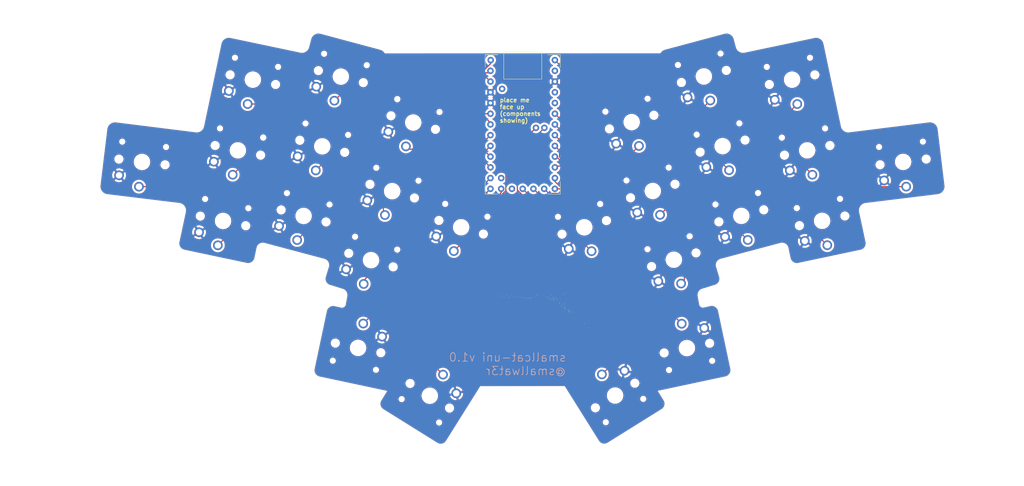
<source format=kicad_pcb>
(kicad_pcb (version 20240108) (generator "pcbnew") (generator_version "8.0")
  (layers (0 "F.Cu" signal) (31 "B.Cu" signal) (34 "B.Paste" user) (35 "F.Paste" user) (36 "B.SilkS" user "B.Silkscreen") (37 "F.SilkS" user "F.Silkscreen") (38 "B.Mask" user) (39 "F.Mask" user) (44 "Edge.Cuts" user))
  (net 0 "")
  (net 1 "gnd")
  (net 2 "Switch2")
  (net 3 "Switch3")
  (net 4 "Switch4")
  (net 5 "Switch6")
  (net 6 "Switch7")
  (net 7 "Switch8")
  (net 8 "Switch9")
  (net 9 "Switch10")
  (net 10 "Switch12")
  (net 11 "Switch13")
  (net 12 "Switch14")
  (net 13 "Switch16")
  (net 14 "Switch17")
  (net 15 "Switch9_r")
  (net 16 "Switch10_r")
  (net 17 "Switch12_r")
  (net 18 "Switch13_r")
  (net 19 "Switch14_r")
  (net 20 "Switch16_r")
  (net 21 "Switch17_r")
  (net 22 "Switch2_r")
  (net 23 "Switch3_r")
  (net 24 "Switch4_r")
  (net 25 "Switch6_r")
  (net 26 "Switch7_r")
  (net 27 "Switch8_r")
  (footprint "* duckyb-collection:choc-v1-with-millmax" (layer "F.Cu") (at 84.259477 64.959093 -15)
    (property "Reference" "SW16" (hide yes))
    (property "Value" "SW_Push" (hide yes))
  )
  (footprint "* duckyb-collection:choc-v1-with-millmax" (layer "F.Cu") (at 114.109183 107.537255 148)
    (property "Reference" "SW20" (hide yes))
    (property "Value" "SW_Push" (hide yes))
  )
  (footprint "* duckyb-collection:choc-v1-with-millmax" (layer "F.Cu") (at 65.198571 66.13836 -12)
    (property "Reference" "SW15" (hide yes))
    (property "Value" "SW_Push" (hide yes))
  )
  (footprint "* duckyb-collection:choc-v1-with-millmax" (layer "F.Cu") (at 97.138927 96.208555 168)
    (property "Reference" "SW21" (hide yes))
    (property "Value" "SW_Push" (hide yes))
  )
  (footprint "* duckyb-collection:choc-v1-with-millmax" (layer "F.Cu") (at 100.196443 75.417543 -17)
    (property "Reference" "SW17" (hide yes))
    (property "Value" "SW_Push" (hide yes))
  )
  (footprint "* duckyb-collection:choc-v1-with-millmax" (layer "F.Cu") (at 93.064047 31.962028 -15)
    (property "Reference" "SW4" (hide yes))
    (property "Value" "SW_Push" (hide yes))
  )
  (footprint "* duckyb-collection:choc-v1-with-millmax" (layer "F.Cu") (at 72.249441 32.683015 -12)
    (property "Reference" "SW3" (hide yes))
    (property "Value" "SW_Push" (hide yes))
  )
  (footprint "* duckyb-collection:choc-v1-with-millmax" (layer "F.Cu") (at 68.7113 49.423827 -12)
    (property "Reference" "SW9" (hide yes))
    (property "Value" "SW_Push" (hide yes))
  )
  (footprint "* duckyb-collection:choc-v1-with-millmax" (layer "F.Cu") (at 121.520324 67.631956 -17)
    (property "Reference" "SW12" (hide yes))
    (property "Value" "SW_Push" (hide yes))
  )
  (footprint "* duckyb-collection:choc-v1-with-millmax" (layer "F.Cu") (at 105.217379 59.09741 -17)
    (property "Reference" "SW11" (hide yes))
    (property "Value" "SW_Push" (hide yes))
  )
  (footprint "* duckyb-collection:choc-v1-with-millmax" (layer "F.Cu") (at 46.026081 52.169877 -7)
    (property "Reference" "SW8" (hide yes))
    (property "Value" "SW_Push" (hide yes))
  )
  (footprint "* duckyb-collection:choc-v1-with-millmax" (layer "F.Cu") (at 110.187699 42.840229 -17)
    (property "Reference" "SW5" (hide yes))
    (property "Value" "SW_Push" (hide yes))
  )
  (footprint "* duckyb-collection:choc-v1-with-millmax" (layer "F.Cu") (at 88.665169 48.471529 -15)
    (property "Reference" "SW10" (hide yes))
    (property "Value" "SW_Push" (hide yes))
  )
  (footprint "* duckyb-collection:choc-v1-with-millmax" (layer "F.Cu") (at 166.857272 59.051739 17)
    (property "Reference" "SW11_r1" (hide yes))
    (property "Value" "SW_Push" (hide yes))
  )
  (footprint "* duckyb-collection:choc-v1-with-millmax" (layer "F.Cu") (at 187.800593 64.942498 15)
    (property "Reference" "SW15_r1" (hide yes))
    (property "Value" "SW_Push" (hide yes))
  )
  (footprint "* duckyb-collection:choc-v1-with-millmax" (layer "F.Cu") (at 206.916567 66.113554 12)
    (property "Reference" "SW18_r1" (hide yes))
    (property "Value" "SW_Push" (hide yes))
  )
  (footprint "* duckyb-collection:choc-v1-with-millmax" (layer "F.Cu") (at 161.864045 42.736729 17)
    (property "Reference" "SW5_r1" (hide yes))
    (property "Value" "SW_Push" (hide yes))
  )
  (footprint "* duckyb-collection:choc-v1-with-millmax" (layer "F.Cu") (at 178.936922 31.912398 15)
    (property "Reference" "SW4_r1" (hide yes))
    (property "Value" "SW_Push" (hide yes))
  )
  (footprint "* duckyb-collection:choc-v1-with-millmax" (layer "F.Cu") (at 150.650324 67.658044 17)
    (property "Reference" "SW12_r1" (hide yes))
    (property "Value" "SW_Push" (hide yes))
  )
  (footprint "* duckyb-collection:choc-v1-with-millmax" (layer "F.Cu") (at 199.812641 32.686554 12)
    (property "Reference" "SW3_r1" (hide yes))
    (property "Value" "SW_Push" (hide yes))
  )
  (footprint "* duckyb-collection:choc-v1-with-millmax" (layer "F.Cu") (at 174.929131 96.251265 -168)
    (property "Reference" "SW21_r1" (hide yes))
    (property "Value" "SW_Push" (hide yes))
  )
  (footprint "* duckyb-collection:choc-v1-with-millmax" (layer "F.Cu") (at 183.377745 48.423826 15)
    (property "Reference" "SW9_r1" (hide yes))
    (property "Value" "SW_Push" (hide yes))
  )
  (footprint "* duckyb-collection:choc-v1-with-millmax" (layer "F.Cu") (at 157.944829 107.480788 -148)
    (property "Reference" "SW20_r1" (hide yes))
    (property "Value" "SW_Push" (hide yes))
  )
  (footprint "* duckyb-collection:choc-v1-with-millmax" (layer "F.Cu") (at 226.084493 52.162274 7)
    (property "Reference" "SW7_r1" (hide yes))
    (property "Value" "SW_Push" (hide yes))
  )
  (footprint "* duckyb-collection:choc-v1-with-millmax" (layer "F.Cu") (at 203.383629 49.427379 12)
    (property "Reference" "SW8_r1" (hide yes))
    (property "Value" "SW_Push" (hide yes))
  )
  (footprint "RP2040:pro_micro_rp2040" (layer "F.Cu") (at 127.21 59.79)
    (property "Reference" "REF**" (hide yes))
    (property "Value" "Pro Micro RP2040")
  )
  (footprint "LOGO" (layer "F.Cu") (at 136.121686 89.085664 80)
    (property "Reference" "G***" (hide yes))
    (property "Value" "LOGO" (hide yes))
  )
  (footprint "* duckyb-collection:choc-v1-with-millmax" (layer "F.Cu") (at 171.831393 75.321353 17)
    (property "Reference" "SW11_r1" (hide yes))
    (property "Value" "SW_Push" (hide yes))
  )
  (gr_line (start 180.479113 86.290344) (end 178.792309 86.66686) (stroke (width 0.05)) (layer "Edge.Cuts"))
  (gr_line (start 37.810861 59.801442) (end 54.952021 61.898642) (stroke (width 0.05)) (layer "Edge.Cuts"))
  (gr_arc (start 188.564487 26.289731) (mid 187.27435 26.044925) (end 186.5079 24.978641) (stroke (width 0.05)) (layer "Edge.Cuts"))
  (gr_arc (start 156.206489 118.633639) (mid 155.03486 118.844753) (end 154.082067 118.130981) (stroke (width 0.05)) (layer "Edge.Cuts"))
  (gr_line (start 56.393421 64.023184) (end 54.868246 71.177004) (stroke (width 0.05)) (layer "Edge.Cuts"))
  (gr_line (start 217.114826 61.899276) (end 234.255986 59.802076) (stroke (width 0.05)) (layer "Edge.Cuts"))
  (gr_arc (start 235.87312 57.821421) (mid 235.462665 59.136804) (end 234.255986 59.802076) (stroke (width 0.05)) (layer "Edge.Cuts"))
  (gr_line (start 199.446322 74.908488) (end 198.941205 72.500571) (stroke (width 0.05)) (layer "Edge.Cuts"))
  (gr_line (start 64.840016 24.1403) (end 60.70977 43.718694) (stroke (width 0.05)) (layer "Edge.Cuts"))
  (gr_arc (start 64.840016 24.1403) (mid 65.657583 23.020785) (end 67.029561 22.822325) (stroke (width 0.05)) (layer "Edge.Cuts"))
  (gr_arc (start 56.025713 72.950749) (mid 55.093796 72.294343) (end 54.868246 71.177004) (stroke (width 0.05)) (layer "Edge.Cuts"))
  (gr_line (start 104.028452 106.396248) (end 102.675924 108.596968) (stroke (width 0.05)) (layer "Edge.Cuts"))
  (gr_line (start 177.842377 85.949018) (end 177.479926 83.951281) (stroke (width 0.05)) (layer "Edge.Cuts"))
  (gr_arc (start 102.283663 25.576889) (mid 102.964329 25.890477) (end 103.454789 26.457129) (stroke (width 0.05)) (layer "Edge.Cuts"))
  (gr_line (start 83.502361 26.289096) (end 67.029561 22.822325) (stroke (width 0.05)) (layer "Edge.Cuts"))
  (gr_line (start 90.473811 81.276541) (end 93.36 82.17) (stroke (width 0.05)) (layer "Edge.Cuts"))
  (gr_line (start 73.125643 72.499935) (end 72.620525 74.907853) (stroke (width 0.05)) (layer "Edge.Cuts"))
  (gr_line (start 70.839159 76.090951) (end 56.025713 72.950749) (stroke (width 0.05)) (layer "Edge.Cuts"))
  (gr_line (start 117.98031 118.151963) (end 126.05 105.27) (stroke (width 0.05)) (layer "Edge.Cuts"))
  (gr_line (start 58.620437 45.140042) (end 39.796686 42.788666) (stroke (width 0.05)) (layer "Edge.Cuts"))
  (gr_arc (start 60.70977 43.718694) (mid 59.96134 44.864844) (end 58.620437 45.140042) (stroke (width 0.05)) (layer "Edge.Cuts"))
  (gr_line (start 74.907009 71.316838) (end 89.09035 75.093729) (stroke (width 0.05)) (layer "Edge.Cuts"))
  (gr_line (start 235.87312 57.821421) (end 234.250817 44.406434) (stroke (width 0.05)) (layer "Edge.Cuts"))
  (gr_line (start 186.5079 24.978641) (end 186.018555 23.121544) (stroke (width 0.05)) (layer "Edge.Cuts"))
  (gr_line (start 104.028452 106.396248) (end 88.031548 102.983752) (stroke (width 0.05)) (layer "Edge.Cuts"))
  (gr_line (start 37.81603 44.405798) (end 36.193728 57.820785) (stroke (width 0.05)) (layer "Edge.Cuts"))
  (gr_arc (start 103.121966 110.709554) (mid 102.454301 109.747149) (end 102.675924 108.596968) (stroke (width 0.05)) (layer "Edge.Cuts"))
  (gr_arc (start 90.473811 81.276541) (mid 89.606609 80.55331) (end 89.49868 79.429275) (stroke (width 0.05)) (layer "Edge.Cuts"))
  (gr_arc (start 88.031548 102.983752) (mid 87.070653 102.312745) (end 86.861979 101.159481) (stroke (width 0.05)) (layer "Edge.Cuts"))
  (gr_arc (start 197.159838 71.317473) (mid 198.288903 71.550115) (end 198.941205 72.500571) (stroke (width 0.05)) (layer "Edge.Cuts"))
  (gr_arc (start 86.048292 23.120908) (mid 86.894132 21.987832) (end 88.299205 21.829549) (stroke (width 0.05)) (layer "Edge.Cuts"))
  (gr_line (start 184.030829 102.96277) (end 168.033925 106.375266) (stroke (width 0.05)) (layer "Edge.Cuts"))
  (gr_arc (start 54.952021 61.898642) (mid 56.121046 62.656755) (end 56.393421 64.023184) (stroke (width 0.05)) (layer "Edge.Cuts"))
  (gr_arc (start 37.81603 44.405798) (mid 38.481325 43.199135) (end 39.796686 42.788666) (stroke (width 0.05)) (layer "Edge.Cuts"))
  (gr_arc (start 73.125643 72.499935) (mid 73.777974 71.549524) (end 74.907009 71.316838) (stroke (width 0.05)) (layer "Edge.Cuts"))
  (gr_line (start 183.767642 21.830184) (end 169.783184 25.577523) (stroke (width 0.05)) (layer "Edge.Cuts"))
  (gr_arc (start 178.792309 86.66686) (mid 178.190643 86.475603) (end 177.842377 85.949018) (stroke (width 0.05)) (layer "Edge.Cuts"))
  (gr_line (start 182.976496 75.094362) (end 197.159838 71.317473) (stroke (width 0.05)) (layer "Edge.Cuts"))
  (gr_arc (start 177.479926 83.951281) (mid 177.72296 82.80041) (end 178.702377 82.149018) (stroke (width 0.05)) (layer "Edge.Cuts"))
  (gr_line (start 178.702377 82.149018) (end 181.588566 81.255559) (stroke (width 0.05)) (layer "Edge.Cuts"))
  (gr_arc (start 232.270161 42.789301) (mid 233.585527 43.199765) (end 234.250817 44.406434) (stroke (width 0.05)) (layer "Edge.Cuts"))
  (gr_line (start 185.200398 101.138499) (end 182.303384 87.459913) (stroke (width 0.05)) (layer "Edge.Cuts"))
  (gr_line (start 217.198601 71.177638) (end 215.673426 64.023819) (stroke (width 0.05)) (layer "Edge.Cuts"))
  (gr_line (start 216.041133 72.951383) (end 201.227688 76.091586) (stroke (width 0.05)) (layer "Edge.Cuts"))
  (gr_line (start 182.568166 79.429909) (end 181.7934 76.875729) (stroke (width 0.05)) (layer "Edge.Cuts"))
  (gr_arc (start 89.09035 75.093729) (mid 90.040766 75.746069) (end 90.273447 76.875094) (stroke (width 0.05)) (layer "Edge.Cuts"))
  (gr_line (start 89.758993 87.480895) (end 86.861979 101.159481) (stroke (width 0.05)) (layer "Edge.Cuts"))
  (gr_arc (start 205.037286 22.82296) (mid 206.409256 23.021435) (end 207.226832 24.140936) (stroke (width 0.05)) (layer "Edge.Cuts"))
  (gr_arc (start 182.568166 79.429909) (mid 182.448983 80.541176) (end 181.588016 81.253814) (stroke (width 0.05)) (layer "Edge.Cuts"))
  (gr_arc (start 93.36 82.17) (mid 94.339417 82.821392) (end 94.582451 83.972263) (stroke (width 0.05)) (layer "Edge.Cuts"))
  (gr_line (start 93.270068 86.687842) (end 91.583264 86.311326) (stroke (width 0.05)) (layer "Edge.Cuts"))
  (gr_arc (start 72.620525 74.907853) (mid 71.96819 75.858265) (end 70.839159 76.090951) (stroke (width 0.05)) (layer "Edge.Cuts"))
  (gr_line (start 146.012377 105.249018) (end 154.082067 118.130981) (stroke (width 0.05)) (layer "Edge.Cuts"))
  (gr_arc (start 85.558947 24.978006) (mid 84.79251 26.04431) (end 83.502361 26.289096) (stroke (width 0.05)) (layer "Edge.Cuts"))
  (gr_arc (start 215.673426 64.023819) (mid 215.945831 62.65741) (end 217.114826 61.899276) (stroke (width 0.05)) (layer "Edge.Cuts"))
  (gr_line (start 102.283663 25.576888) (end 88.299205 21.829549) (stroke (width 0.05)) (layer "Edge.Cuts"))
  (gr_line (start 103.121966 110.709554) (end 115.855888 118.654621) (stroke (width 0.05)) (layer "Edge.Cuts"))
  (gr_arc (start 37.810861 59.801442) (mid 36.604146 59.136169) (end 36.193728 57.820785) (stroke (width 0.05)) (layer "Edge.Cuts"))
  (gr_arc (start 217.198601 71.177638) (mid 216.973032 72.294965) (end 216.041133 72.951383) (stroke (width 0.05)) (layer "Edge.Cuts"))
  (gr_line (start 169.386453 108.575986) (end 168.033925 106.375266) (stroke (width 0.05)) (layer "Edge.Cuts"))
  (gr_line (start 205.037286 22.82296) (end 188.564487 26.289731) (stroke (width 0.05)) (layer "Edge.Cuts"))
  (gr_arc (start 183.767642 21.830184) (mid 185.172706 21.988484) (end 186.018555 23.121544) (stroke (width 0.05)) (layer "Edge.Cuts"))
  (gr_line (start 126.05 105.27) (end 146.012377 105.249018) (stroke (width 0.05)) (layer "Edge.Cuts"))
  (gr_arc (start 185.200398 101.138499) (mid 184.991723 102.291764) (end 184.030829 102.96277) (stroke (width 0.05)) (layer "Edge.Cuts"))
  (gr_line (start 94.582451 83.972263) (end 94.22 85.97) (stroke (width 0.05)) (layer "Edge.Cuts"))
  (gr_line (start 211.357078 43.71933) (end 207.226832 24.140936) (stroke (width 0.05)) (layer "Edge.Cuts"))
  (gr_arc (start 180.479113 86.290344) (mid 181.632378 86.499019) (end 182.303384 87.459913) (stroke (width 0.05)) (layer "Edge.Cuts"))
  (gr_arc (start 94.22 85.97) (mid 93.871734 86.496585) (end 93.270068 86.687842) (stroke (width 0.05)) (layer "Edge.Cuts"))
  (gr_line (start 103.454789 26.457129) (end 168.656013 26.443013) (stroke (width 0.05)) (layer "Edge.Cuts"))
  (gr_arc (start 169.386453 108.575986) (mid 169.608078 109.72616) (end 168.940411 110.688572) (stroke (width 0.05)) (layer "Edge.Cuts"))
  (gr_line (start 86.048292 23.120908) (end 85.558947 24.978006) (stroke (width 0.05)) (layer "Edge.Cuts"))
  (gr_line (start 232.270161 42.789301) (end 213.44641 45.140676) (stroke (width 0.05)) (layer "Edge.Cuts"))
  (gr_arc (start 201.227688 76.091586) (mid 200.098639 75.858928) (end 199.446322 74.908488) (stroke (width 0.05)) (layer "Edge.Cuts"))
  (gr_arc (start 181.7934 76.875729) (mid 182.026079 75.746703) (end 182.976496 75.094362) (stroke (width 0.05)) (layer "Edge.Cuts"))
  (gr_line (start 156.206489 118.633639) (end 168.940411 110.688572) (stroke (width 0.05)) (layer "Edge.Cuts"))
  (gr_arc (start 168.656013 26.443013) (mid 169.129263 25.892622) (end 169.783189 25.57754) (stroke (width 0.05)) (layer "Edge.Cuts"))
  (gr_arc (start 213.44641 45.140676) (mid 212.105539 44.865435) (end 211.357078 43.71933) (stroke (width 0.05)) (layer "Edge.Cuts"))
  (gr_arc (start 89.758993 87.480895) (mid 90.429999 86.520001) (end 91.583264 86.311326) (stroke (width 0.05)) (layer "Edge.Cuts"))
  (gr_line (start 90.273447 76.875094) (end 89.49868 79.429275) (stroke (width 0.05)) (layer "Edge.Cuts"))
  (gr_arc (start 117.98031 118.151963) (mid 117.027517 118.865735) (end 115.855888 118.654621) (stroke (width 0.05)) (layer "Edge.Cuts"))
  (gr_text "smallcat-uni v1.0\n@smallwat3r" (at 146.42 102.82 0) (layer "B.SilkS") (effects (font (size 2 2)) (justify left bottom mirror)))
  (gr_text "place me\nface up \n(components \nshowing)" (at 130.56 42.94 0) (layer "F.SilkS") (effects (font (size 1 1) (thickness 0.2) (bold yes)) (justify left bottom)))
  (segment (start 125.95 30.61) (end 121.18 35.38) (width 0.25) (layer "F.Cu") (net 2))
  (segment (start 87.185914 38.454086) (end 71.022762 38.454086) (width 0.25) (layer "F.Cu") (net 2))
  (segment (start 128.51 28.05) (end 128.51 28.88) (width 0.25) (layer "F.Cu") (net 2))
  (segment (start 90.26 35.38) (end 87.185914 38.454086) (width 0.25) (layer "F.Cu") (net 2))
  (segment (start 126.78 30.61) (end 125.95 30.61) (width 0.25) (layer "F.Cu") (net 2))
  (segment (start 128.51 28.88) (end 126.78 30.61) (width 0.25) (layer "F.Cu") (net 2))
  (segment (start 121.18 35.38) (end 90.26 35.38) (width 0.25) (layer "F.Cu") (net 2))
  (segment (start 126.136396 31.06) (end 121.366396 35.83) (width 0.25) (layer "F.Cu") (net 3))
  (segment (start 127.99 31.06) (end 126.136396 31.06) (width 0.25) (layer "F.Cu") (net 3))
  (segment (start 121.366396 35.83) (end 93.368005 35.83) (width 0.25) (layer "F.Cu") (net 3))
  (segment (start 93.368005 35.83) (end 91.537015 37.66099) (width 0.25) (layer "F.Cu") (net 3))
  (segment (start 128.46 30.59) (end 127.99 31.06) (width 0.25) (layer "F.Cu") (net 3))
  (segment (start 127.043604 49.15) (end 109.13028 49.15) (width 0.25) (layer "F.Cu") (net 4))
  (segment (start 127.043604 47.246396) (end 127.043604 49.15) (width 0.25) (layer "F.Cu") (net 4))
  (segment (start 128.46 45.83) (end 127.043604 47.246396) (width 0.25) (layer "F.Cu") (net 4))
  (segment (start 109.13028 49.15) (end 108.462706 48.482426) (width 0.25) (layer "F.Cu") (net 4))
  (segment (start 67.76 45.08) (end 66.84 46) (width 0.25) (layer "F.Cu") (net 5))
  (segment (start 126.84 31.51) (end 126.322792 31.51) (width 0.25) (layer "F.Cu") (net 5))
  (segment (start 89.24 45.08) (end 67.76 45.08) (width 0.25) (layer "F.Cu") (net 5))
  (segment (start 66.84 46) (end 61.77 46) (width 0.25) (layer "F.Cu") (net 5))
  (segment (start 126.322792 31.51) (end 121.552792 36.28) (width 0.25) (layer "F.Cu") (net 5))
  (segment (start 128.46 33.13) (end 126.84 31.51) (width 0.25) (layer "F.Cu") (net 5))
  (segment (start 61.77 46) (end 49.7441 58.0259) (width 0.25) (layer "F.Cu") (net 5))
  (segment (start 121.552792 36.28) (end 98.04 36.28) (width 0.25) (layer "F.Cu") (net 5))
  (segment (start 49.7441 58.0259) (end 45.307052 58.0259) (width 0.25) (layer "F.Cu") (net 5))
  (segment (start 98.04 36.28) (end 89.24 45.08) (width 0.25) (layer "F.Cu") (net 5))
  (segment (start 124.346396 38.54) (end 96.52 38.54) (width 0.25) (layer "F.Cu") (net 6))
  (segment (start 126.556396 40.75) (end 124.346396 38.54) (width 0.25) (layer "F.Cu") (net 6))
  (segment (start 128.46 40.75) (end 126.556396 40.75) (width 0.25) (layer "F.Cu") (net 6))
  (segment (start 77.149519 45.53) (end 67.484621 55.194898) (width 0.25) (layer "F.Cu") (net 6))
  (segment (start 96.52 38.54) (end 89.53 45.53) (width 0.25) (layer "F.Cu") (net 6))
  (segment (start 89.53 45.53) (end 77.149519 45.53) (width 0.25) (layer "F.Cu") (net 6))
  (segment (start 92.27 49.038628) (end 92.27 43.426396) (width 0.25) (layer "F.Cu") (net 7))
  (segment (start 96.706396 38.99) (end 124.16 38.99) (width 0.25) (layer "F.Cu") (net 7))
  (segment (start 126.37 41.2) (end 126.74 41.2) (width 0.25) (layer "F.Cu") (net 7))
  (segment (start 128.46 42.92) (end 128.46 43.29) (width 0.25) (layer "F.Cu") (net 7))
  (segment (start 87.138137 54.170491) (end 92.27 49.038628) (width 0.25) (layer "F.Cu") (net 7))
  (segment (start 126.74 41.2) (end 128.46 42.92) (width 0.25) (layer "F.Cu") (net 7))
  (segment (start 92.27 43.426396) (end 96.706396 38.99) (width 0.25) (layer "F.Cu") (net 7))
  (segment (start 124.16 38.99) (end 126.37 41.2) (width 0.25) (layer "F.Cu") (net 7))
  (segment (start 128.46 53.45) (end 126.95 51.94) (width 0.25) (layer "F.Cu") (net 8))
  (segment (start 105.942792 56.48) (end 103.46 56.48) (width 0.25) (layer "F.Cu") (net 8))
  (segment (start 126.95 51.94) (end 126.95 50.5) (width 0.25) (layer "F.Cu") (net 8))
  (segment (start 126.95 50.5) (end 111.922792 50.5) (width 0.25) (layer "F.Cu") (net 8))
  (segment (start 103.46 56.48) (end 103.127879 56.812121) (width 0.25) (layer "F.Cu") (net 8))
  (segment (start 111.922792 50.5) (end 105.942792 56.48) (width 0.25) (layer "F.Cu") (net 8))
  (segment (start 103.127879 56.812121) (end 103.127879 64.3751) (width 0.25) (layer "F.Cu") (net 8))
  (segment (start 103.127879 64.3751) (end 103.492386 64.739607) (width 0.25) (layer "F.Cu") (net 8))
  (segment (start 129.290855 61.776396) (end 128.39 61.776396) (width 0.25) (layer "F.Cu") (net 9))
  (segment (start 125.706396 67.363088) (end 119.795331 73.274153) (width 0.25) (layer "F.Cu") (net 9))
  (segment (start 125.706396 64.46) (end 125.706396 67.363088) (width 0.25) (layer "F.Cu") (net 9))
  (segment (start 132.087 51.223) (end 132.087 58.980251) (width 0.25) (layer "F.Cu") (net 9))
  (segment (start 128.39 61.776396) (end 125.706396 64.46) (width 0.25) (layer "F.Cu") (net 9))
  (segment (start 139.22 44.09) (end 132.087 51.223) (width 0.25) (layer "F.Cu") (net 9))
  (segment (start 132.087 58.980251) (end 129.290855 61.776396) (width 0.25) (layer "F.Cu") (net 9))
  (segment (start 111.55 49.6) (end 105.57 55.58) (width 0.25) (layer "F.Cu") (net 10))
  (segment (start 105.57 55.58) (end 98.67 55.58) (width 0.25) (layer "F.Cu") (net 10))
  (segment (start 96.83 57.42) (end 78.461323 57.42) (width 0.25) (layer "F.Cu") (net 10))
  (segment (start 98.67 55.58) (end 96.83 57.42) (width 0.25) (layer "F.Cu") (net 10))
  (segment (start 78.461323 57.42) (end 63.971892 71.909431) (width 0.25) (layer "F.Cu") (net 10))
  (segment (start 128.46 48.37) (end 127.23 49.6) (width 0.25) (layer "F.Cu") (net 10))
  (segment (start 127.23 49.6) (end 111.55 49.6) (width 0.25) (layer "F.Cu") (net 10))
  (segment (start 127.6 50.05) (end 111.736396 50.05) (width 0.25) (layer "F.Cu") (net 11))
  (segment (start 98.856396 56.03) (end 90.666396 64.22) (width 0.25) (layer "F.Cu") (net 11))
  (segment (start 105.756396 56.03) (end 98.856396 56.03) (width 0.25) (layer "F.Cu") (net 11))
  (segment (start 82.743402 70.769008) (end 82.815125 70.790936) (width 0.25) (layer "F.Cu") (net 11))
  (segment (start 82.815125 70.790936) (end 82.908775 70.741141) (width 0.25) (layer "F.Cu") (net 11))
  (segment (start 128.46 50.91) (end 127.6 50.05) (width 0.25) (layer "F.Cu") (net 11))
  (segment (start 111.736396 50.05) (end 105.756396 56.03) (width 0.25) (layer "F.Cu") (net 11))
  (segment (start 90.666396 64.22) (end 89.1705 64.22) (width 0.25) (layer "F.Cu") (net 11))
  (segment (start 89.1705 64.22) (end 82.732445 70.658055) (width 0.25) (layer "F.Cu") (net 11))
  (segment (start 104.24 70.35) (end 104.24 74.47) (width 0.25) (layer "F.Cu") (net 12))
  (segment (start 111.48 63.11) (end 104.24 70.35) (width 0.25) (layer "F.Cu") (net 12))
  (segment (start 125.147208 63.11) (end 111.48 63.11) (width 0.25) (layer "F.Cu") (net 12))
  (segment (start 128.46 55.99) (end 127.04 57.41) (width 0.25) (layer "F.Cu") (net 12))
  (segment (start 98.47145 80.23855) (end 98.47145 81.05974) (width 0.25) (layer "F.Cu") (net 12))
  (segment (start 127.04 61.217208) (end 125.147208 63.11) (width 0.25) (layer "F.Cu") (net 12))
  (segment (start 104.24 74.47) (end 98.47145 80.23855) (width 0.25) (layer "F.Cu") (net 12))
  (segment (start 127.04 57.41) (end 127.04 61.217208) (width 0.25) (layer "F.Cu") (net 12))
  (segment (start 127.49 61.403604) (end 125.333604 63.56) (width 0.25) (layer "F.Cu") (net 13))
  (segment (start 125.333604 63.56) (end 111.666396 63.56) (width 0.25) (layer "F.Cu") (net 13))
  (segment (start 100.96 78.386396) (end 100.96 87.843089) (width 0.25) (layer "F.Cu") (net 13))
  (segment (start 111.666396 63.56) (end 104.69 70.536396) (width 0.25) (layer "F.Cu") (net 13))
  (segment (start 128.46 58.53) (end 127.49 59.5) (width 0.25) (layer "F.Cu") (net 13))
  (segment (start 127.49 59.5) (end 127.49 61.403604) (width 0.25) (layer "F.Cu") (net 13))
  (segment (start 104.69 70.536396) (end 104.69 74.656396) (width 0.25) (layer "F.Cu") (net 13))
  (segment (start 104.69 74.656396) (end 100.96 78.386396) (width 0.25) (layer "F.Cu") (net 13))
  (segment (start 100.96 87.843089) (end 98.365605 90.437484) (width 0.25) (layer "F.Cu") (net 13))
  (segment (start 128.203604 61.326396) (end 125.52 64.01) (width 0.25) (layer "F.Cu") (net 14))
  (segment (start 111.852792 64.01) (end 105.14 70.722792) (width 0.25) (layer "F.Cu") (net 14))
  (segment (start 101.41 86.708065) (end 117.235706 102.533771) (width 0.25) (layer "F.Cu") (net 14))
  (segment (start 131 58.53) (end 131 59.430855) (width 0.25) (layer "F.Cu") (net 14))
  (segment (start 131 59.430855) (end 129.104459 61.326396) (width 0.25) (layer "F.Cu") (net 14))
  (segment (start 105.14 74.842792) (end 101.41 78.572792) (width 0.25) (layer "F.Cu") (net 14))
  (segment (start 105.14 70.722792) (end 105.14 74.842792) (width 0.25) (layer "F.Cu") (net 14))
  (segment (start 101.41 78.572792) (end 101.41 86.708065) (width 0.25) (layer "F.Cu") (net 14))
  (segment (start 125.52 64.01) (end 111.852792 64.01) (width 0.25) (layer "F.Cu") (net 14))
  (segment (start 129.104459 61.326396) (end 128.203604 61.326396) (width 0.25) (layer "F.Cu") (net 14))
  (segment (start 166.39 53.15) (end 144 53.15) (width 0.25) (layer "F.Cu") (net 15))
  (segment (start 144 53.15) (end 143.7 53.45) (width 0.25) (layer "F.Cu") (net 15))
  (segment (start 169.723265 56.483265) (end 166.39 53.15) (width 0.25) (layer "F.Cu") (net 15))
  (segment (start 169.723265 63.552936) (end 169.723265 56.483265) (width 0.25) (layer "F.Cu") (net 15))
  (segment (start 168.582265 64.693936) (end 169.723265 63.552936) (width 0.25) (layer "F.Cu") (net 15))
  (segment (start 134.82 58.807251) (end 136.979749 60.967) (width 0.25) (layer "F.Cu") (net 16))
  (segment (start 141.21 44.09) (end 134.82 50.48) (width 0.25) (layer "F.Cu") (net 16))
  (segment (start 148.4 64.679188) (end 148.4 69.324924) (width 0.25) (layer "F.Cu") (net 16))
  (segment (start 136.979749 60.967) (end 144.687812 60.967) (width 0.25) (layer "F.Cu") (net 16))
  (segment (start 148.4 69.324924) (end 152.375317 73.300241) (width 0.25) (layer "F.Cu") (net 16))
  (segment (start 144.687812 60.967) (end 148.4 64.679188) (width 0.25) (layer "F.Cu") (net 16))
  (segment (start 134.82 50.48) (end 134.82 58.807251) (width 0.25) (layer "F.Cu") (net 16))
  (segment (start 157.01 63.02) (end 149.922792 63.02) (width 0.25) (layer "F.Cu") (net 17))
  (segment (start 149.922792 63.02) (end 143.7 56.797208) (width 0.25) (layer "F.Cu") (net 17))
  (segment (start 183.248855 61.89) (end 177.768855 67.37) (width 0.25) (layer "F.Cu") (net 17))
  (segment (start 177.768855 67.37) (end 161.36 67.37) (width 0.25) (layer "F.Cu") (net 17))
  (segment (start 198.148621 61.89) (end 183.248855 61.89) (width 0.25) (layer "F.Cu") (net 17))
  (segment (start 208.143246 71.884625) (end 198.148621 61.89) (width 0.25) (layer "F.Cu") (net 17))
  (segment (start 143.7 56.797208) (end 143.7 55.99) (width 0.25) (layer "F.Cu") (net 17))
  (segment (start 161.36 67.37) (end 157.01 63.02) (width 0.25) (layer "F.Cu") (net 17))
  (segment (start 181.415251 64.36) (end 177.955251 67.82) (width 0.25) (layer "F.Cu") (net 18))
  (segment (start 177.955251 67.82) (end 161.173604 67.82) (width 0.25) (layer "F.Cu") (net 18))
  (segment (start 149.736396 63.47) (end 144.796396 58.53) (width 0.25) (layer "F.Cu") (net 18))
  (segment (start 189.327625 70.64146) (end 183.046165 64.36) (width 0.25) (layer "F.Cu") (net 18))
  (segment (start 161.173604 67.82) (end 156.823604 63.47) (width 0.25) (layer "F.Cu") (net 18))
  (segment (start 156.823604 63.47) (end 149.736396 63.47) (width 0.25) (layer "F.Cu") (net 18))
  (segment (start 144.796396 58.53) (end 143.7 58.53) (width 0.25) (layer "F.Cu") (net 18))
  (segment (start 183.046165 64.36) (end 181.415251 64.36) (width 0.25) (layer "F.Cu") (net 18))
  (segment (start 174.32 80.199936) (end 173.556386 80.96355) (width 0.25) (layer "F.Cu") (net 19))
  (segment (start 160.987208 68.27) (end 174.32 68.27) (width 0.25) (layer "F.Cu") (net 19))
  (segment (start 145.247 59.617) (end 149.55 63.92) (width 0.25) (layer "F.Cu") (net 19))
  (segment (start 174.32 68.27) (end 174.32 80.199936) (width 0.25) (layer "F.Cu") (net 19))
  (segment (start 141.16 58.53) (end 142.247 59.617) (width 0.25) (layer "F.Cu") (net 19))
  (segment (start 149.55 63.92) (end 156.637208 63.92) (width 0.25) (layer "F.Cu") (net 19))
  (segment (start 142.247 59.617) (end 145.247 59.617) (width 0.25) (layer "F.Cu") (net 19))
  (segment (start 156.637208 63.92) (end 160.987208 68.27) (width 0.25) (layer "F.Cu") (net 19))
  (segment (start 145.060604 60.067) (end 149.363604 64.37) (width 0.25) (layer "F.Cu") (net 20))
  (segment (start 155.89 68.37) (end 155.89 72.667743) (width 0.25) (layer "F.Cu") (net 20))
  (segment (start 138.62 58.53) (end 140.157 60.067) (width 0.25) (layer "F.Cu") (net 20))
  (segment (start 155.89 72.667743) (end 173.702452 90.480195) (width 0.25) (layer "F.Cu") (net 20))
  (segment (start 149.363604 64.37) (end 151.89 64.37) (width 0.25) (layer "F.Cu") (net 20))
  (segment (start 140.157 60.067) (end 145.060604 60.067) (width 0.25) (layer "F.Cu") (net 20))
  (segment (start 151.89 64.37) (end 155.89 68.37) (width 0.25) (layer "F.Cu") (net 20))
  (segment (start 151.703604 64.82) (end 155.44 68.556396) (width 0.25) (layer "F.Cu") (net 21))
  (segment (start 144.874208 60.517) (end 149.177208 64.82) (width 0.25) (layer "F.Cu") (net 21))
  (segment (start 149.177208 64.82) (end 151.703604 64.82) (width 0.25) (layer "F.Cu") (net 21))
  (segment (start 155.44 72.854139) (end 167.42 84.834139) (width 0.25) (layer "F.Cu") (net 21))
  (segment (start 136.08 58.53) (end 138.067 60.517) (width 0.25) (layer "F.Cu") (net 21))
  (segment (start 167.42 89.87561) (end 154.818306 102.477304) (width 0.25) (layer "F.Cu") (net 21))
  (segment (start 155.44 68.556396) (end 155.44 72.854139) (width 0.25) (layer "F.Cu") (net 21))
  (segment (start 138.067 60.517) (end 144.874208 60.517) (width 0.25) (layer "F.Cu") (net 21))
  (segment (start 167.42 84.834139) (end 167.42 89.87561) (width 0.25) (layer "F.Cu") (net 21))
  (segment (start 173.084744 34.53) (end 150.18 34.53) (width 0.25) (layer "F.Cu") (net 22))
  (segment (start 192.99 41.6) (end 185.951803 34.561803) (width 0.25) (layer "F.Cu") (net 22))
  (segment (start 173.116547 34.561803) (end 173.084744 34.53) (width 0.25) (layer "F.Cu") (net 22))
  (segment (start 197.896945 41.6) (end 192.99 41.6) (width 0.25) (layer "F.Cu") (net 22))
  (segment (start 150.18 34.53) (end 143.7 28.05) (width 0.25) (layer "F.Cu") (net 22))
  (segment (start 201.03932 38.457625) (end 197.896945 41.6) (width 0.25) (layer "F.Cu") (net 22))
  (segment (start 185.951803 34.561803) (end 173.116547 34.561803) (width 0.25) (layer "F.Cu") (net 22))
  (segment (start 180.463954 37.61136) (end 178.699185 39.376129) (width 0.25) (layer "F.Cu") (net 23))
  (segment (start 155.01 42.79) (end 145.74 42.79) (width 0.25) (layer "F.Cu") (net 23))
  (segment (start 178.699185 39.376129) (end 158.423871 39.376129) (width 0.25) (layer "F.Cu") (net 23))
  (segment (start 145.74 42.79) (end 143.7 40.75) (width 0.25) (layer "F.Cu") (net 23))
  (segment (start 158.423871 39.376129) (end 155.01 42.79) (width 0.25) (layer "F.Cu") (net 23))
  (segment (start 145.687 45.277) (end 143.7 43.29) (width 0.25) (layer "F.Cu") (net 24))
  (segment (start 146.402792 51.35) (end 145.687 50.634208) (width 0.25) (layer "F.Cu") (net 24))
  (segment (start 160.617964 51.35) (end 146.402792 51.35) (width 0.25) (layer "F.Cu") (net 24))
  (segment (start 145.687 50.634208) (end 145.687 45.277) (width 0.25) (layer "F.Cu") (net 24))
  (segment (start 163.589038 48.378926) (end 160.617964 51.35) (width 0.25) (layer "F.Cu") (net 24))
  (segment (start 145.237 50.820604) (end 145.237 47.367) (width 0.25) (layer "F.Cu") (net 25))
  (segment (start 226.803522 58.018296) (end 216.738296 58.018296) (width 0.25) (layer "F.Cu") (net 25))
  (segment (start 216.738296 58.018296) (end 202.62 43.9) (width 0.25) (layer "F.Cu") (net 25))
  (segment (start 202.62 43.9) (end 174.42 43.9) (width 0.25) (layer "F.Cu") (net 25))
  (segment (start 174.42 43.9) (end 166.52 51.8) (width 0.25) (layer "F.Cu") (net 25))
  (segment (start 166.52 51.8) (end 146.216396 51.8) (width 0.25) (layer "F.Cu") (net 25))
  (segment (start 145.237 47.367) (end 143.7 45.83) (width 0.25) (layer "F.Cu") (net 25))
  (segment (start 146.216396 51.8) (end 145.237 50.820604) (width 0.25) (layer "F.Cu") (net 25))
  (segment (start 174.606396 44.35) (end 166.706396 52.25) (width 0.25) (layer "F.Cu") (net 26))
  (segment (start 144.787 51.007) (end 144.787 49.457) (width 0.25) (layer "F.Cu") (net 26))
  (segment (start 166.706396 52.25) (end 146.03 52.25) (width 0.25) (layer "F.Cu") (net 26))
  (segment (start 204.610308 55.19845) (end 193.761858 44.35) (width 0.25) (layer "F.Cu") (net 26))
  (segment (start 144.787 49.457) (end 143.7 48.37) (width 0.25) (layer "F.Cu") (net 26))
  (segment (start 193.761858 44.35) (end 174.606396 44.35) (width 0.25) (layer "F.Cu") (net 26))
  (segment (start 146.03 52.25) (end 144.787 51.007) (width 0.25) (layer "F.Cu") (net 26))
  (segment (start 184.904777 54.122788) (end 178.161989 47.38) (width 0.25) (layer "F.Cu") (net 27))
  (segment (start 178.161989 47.38) (end 172.212792 47.38) (width 0.25) (layer "F.Cu") (net 27))
  (segment (start 145.843604 52.7) (end 144.053604 50.91) (width 0.25) (layer "F.Cu") (net 27))
  (segment (start 172.212792 47.38) (end 166.892792 52.7) (width 0.25) (layer "F.Cu") (net 27))
  (segment (start 166.892792 52.7) (end 145.843604 52.7) (width 0.25) (layer "F.Cu") (net 27))
  (segment (start 144.053604 50.91) (end 143.7 50.91) (width 0.25) (layer "F.Cu") (net 27))
  (zone (net 1) (net_name "gnd") (layer "F.Cu") (connect_pads (clearance 0.508)) (min_thickness 0.254) (fill yes (thermal_gap 0.508) (thermal_bridge_width 0.508))
    (polygon (pts (xy 14.744 15.14) (xy 254.674 14.14) (xy 253.404 127.5) (xy 13.474 128.5)))
  )
  (zone (net 1) (net_name "gnd") (layer "B.Cu") (connect_pads (clearance 0.508)) (min_thickness 0.254) (fill yes (thermal_gap 0.508) (thermal_bridge_width 0.508))
    (polygon (pts (xy 13.934 13.82) (xy 254.204 14.25) (xy 252.704 128.86) (xy 12.434 128.43)))
  )
)
</source>
